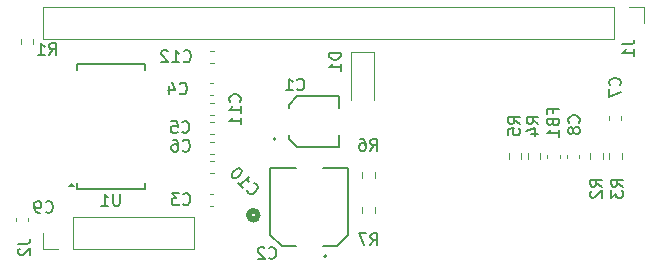
<source format=gbo>
%TF.GenerationSoftware,KiCad,Pcbnew,8.0.0*%
%TF.CreationDate,2024-03-13T21:01:22-04:00*%
%TF.ProjectId,pico-ethernet,7069636f-2d65-4746-9865-726e65742e6b,rev?*%
%TF.SameCoordinates,Original*%
%TF.FileFunction,Legend,Bot*%
%TF.FilePolarity,Positive*%
%FSLAX46Y46*%
G04 Gerber Fmt 4.6, Leading zero omitted, Abs format (unit mm)*
G04 Created by KiCad (PCBNEW 8.0.0) date 2024-03-13 21:01:22*
%MOMM*%
%LPD*%
G01*
G04 APERTURE LIST*
%ADD10C,0.150000*%
%ADD11C,0.508000*%
%ADD12C,0.120000*%
%ADD13C,0.127000*%
%ADD14C,0.200000*%
G04 APERTURE END LIST*
D10*
X160700306Y-125288830D02*
X160700306Y-125356174D01*
X160700306Y-125356174D02*
X160767650Y-125490861D01*
X160767650Y-125490861D02*
X160834993Y-125558204D01*
X160834993Y-125558204D02*
X160969680Y-125625548D01*
X160969680Y-125625548D02*
X161104367Y-125625548D01*
X161104367Y-125625548D02*
X161205382Y-125591876D01*
X161205382Y-125591876D02*
X161373741Y-125490861D01*
X161373741Y-125490861D02*
X161474756Y-125389846D01*
X161474756Y-125389846D02*
X161575772Y-125221487D01*
X161575772Y-125221487D02*
X161609443Y-125120472D01*
X161609443Y-125120472D02*
X161609443Y-124985785D01*
X161609443Y-124985785D02*
X161542100Y-124851098D01*
X161542100Y-124851098D02*
X161474756Y-124783754D01*
X161474756Y-124783754D02*
X161340069Y-124716411D01*
X161340069Y-124716411D02*
X161272726Y-124716411D01*
X159959528Y-124682739D02*
X160363589Y-125086800D01*
X160161558Y-124884769D02*
X160868665Y-124177663D01*
X160868665Y-124177663D02*
X160834993Y-124346021D01*
X160834993Y-124346021D02*
X160834993Y-124480708D01*
X160834993Y-124480708D02*
X160868665Y-124581724D01*
X160228901Y-123537899D02*
X160161558Y-123470556D01*
X160161558Y-123470556D02*
X160060543Y-123436884D01*
X160060543Y-123436884D02*
X159993199Y-123436884D01*
X159993199Y-123436884D02*
X159892184Y-123470556D01*
X159892184Y-123470556D02*
X159723825Y-123571571D01*
X159723825Y-123571571D02*
X159555466Y-123739930D01*
X159555466Y-123739930D02*
X159454451Y-123908288D01*
X159454451Y-123908288D02*
X159420779Y-124009304D01*
X159420779Y-124009304D02*
X159420779Y-124076647D01*
X159420779Y-124076647D02*
X159454451Y-124177662D01*
X159454451Y-124177662D02*
X159521795Y-124245006D01*
X159521795Y-124245006D02*
X159622810Y-124278678D01*
X159622810Y-124278678D02*
X159690153Y-124278678D01*
X159690153Y-124278678D02*
X159791169Y-124245006D01*
X159791169Y-124245006D02*
X159959527Y-124143991D01*
X159959527Y-124143991D02*
X160127886Y-123975632D01*
X160127886Y-123975632D02*
X160228901Y-123807273D01*
X160228901Y-123807273D02*
X160262573Y-123706258D01*
X160262573Y-123706258D02*
X160262573Y-123638914D01*
X160262573Y-123638914D02*
X160228901Y-123537899D01*
X141364819Y-129822666D02*
X142079104Y-129822666D01*
X142079104Y-129822666D02*
X142221961Y-129775047D01*
X142221961Y-129775047D02*
X142317200Y-129679809D01*
X142317200Y-129679809D02*
X142364819Y-129536952D01*
X142364819Y-129536952D02*
X142364819Y-129441714D01*
X141460057Y-130251238D02*
X141412438Y-130298857D01*
X141412438Y-130298857D02*
X141364819Y-130394095D01*
X141364819Y-130394095D02*
X141364819Y-130632190D01*
X141364819Y-130632190D02*
X141412438Y-130727428D01*
X141412438Y-130727428D02*
X141460057Y-130775047D01*
X141460057Y-130775047D02*
X141555295Y-130822666D01*
X141555295Y-130822666D02*
X141650533Y-130822666D01*
X141650533Y-130822666D02*
X141793390Y-130775047D01*
X141793390Y-130775047D02*
X142364819Y-130203619D01*
X142364819Y-130203619D02*
X142364819Y-130822666D01*
X155228666Y-120361180D02*
X155276285Y-120408800D01*
X155276285Y-120408800D02*
X155419142Y-120456419D01*
X155419142Y-120456419D02*
X155514380Y-120456419D01*
X155514380Y-120456419D02*
X155657237Y-120408800D01*
X155657237Y-120408800D02*
X155752475Y-120313561D01*
X155752475Y-120313561D02*
X155800094Y-120218323D01*
X155800094Y-120218323D02*
X155847713Y-120027847D01*
X155847713Y-120027847D02*
X155847713Y-119884990D01*
X155847713Y-119884990D02*
X155800094Y-119694514D01*
X155800094Y-119694514D02*
X155752475Y-119599276D01*
X155752475Y-119599276D02*
X155657237Y-119504038D01*
X155657237Y-119504038D02*
X155514380Y-119456419D01*
X155514380Y-119456419D02*
X155419142Y-119456419D01*
X155419142Y-119456419D02*
X155276285Y-119504038D01*
X155276285Y-119504038D02*
X155228666Y-119551657D01*
X154323904Y-119456419D02*
X154800094Y-119456419D01*
X154800094Y-119456419D02*
X154847713Y-119932609D01*
X154847713Y-119932609D02*
X154800094Y-119884990D01*
X154800094Y-119884990D02*
X154704856Y-119837371D01*
X154704856Y-119837371D02*
X154466761Y-119837371D01*
X154466761Y-119837371D02*
X154371523Y-119884990D01*
X154371523Y-119884990D02*
X154323904Y-119932609D01*
X154323904Y-119932609D02*
X154276285Y-120027847D01*
X154276285Y-120027847D02*
X154276285Y-120265942D01*
X154276285Y-120265942D02*
X154323904Y-120361180D01*
X154323904Y-120361180D02*
X154371523Y-120408800D01*
X154371523Y-120408800D02*
X154466761Y-120456419D01*
X154466761Y-120456419D02*
X154704856Y-120456419D01*
X154704856Y-120456419D02*
X154800094Y-120408800D01*
X154800094Y-120408800D02*
X154847713Y-120361180D01*
X190764819Y-124989333D02*
X190288628Y-124656000D01*
X190764819Y-124417905D02*
X189764819Y-124417905D01*
X189764819Y-124417905D02*
X189764819Y-124798857D01*
X189764819Y-124798857D02*
X189812438Y-124894095D01*
X189812438Y-124894095D02*
X189860057Y-124941714D01*
X189860057Y-124941714D02*
X189955295Y-124989333D01*
X189955295Y-124989333D02*
X190098152Y-124989333D01*
X190098152Y-124989333D02*
X190193390Y-124941714D01*
X190193390Y-124941714D02*
X190241009Y-124894095D01*
X190241009Y-124894095D02*
X190288628Y-124798857D01*
X190288628Y-124798857D02*
X190288628Y-124417905D01*
X189860057Y-125370286D02*
X189812438Y-125417905D01*
X189812438Y-125417905D02*
X189764819Y-125513143D01*
X189764819Y-125513143D02*
X189764819Y-125751238D01*
X189764819Y-125751238D02*
X189812438Y-125846476D01*
X189812438Y-125846476D02*
X189860057Y-125894095D01*
X189860057Y-125894095D02*
X189955295Y-125941714D01*
X189955295Y-125941714D02*
X190050533Y-125941714D01*
X190050533Y-125941714D02*
X190193390Y-125894095D01*
X190193390Y-125894095D02*
X190764819Y-125322667D01*
X190764819Y-125322667D02*
X190764819Y-125941714D01*
X192269580Y-116414333D02*
X192317200Y-116366714D01*
X192317200Y-116366714D02*
X192364819Y-116223857D01*
X192364819Y-116223857D02*
X192364819Y-116128619D01*
X192364819Y-116128619D02*
X192317200Y-115985762D01*
X192317200Y-115985762D02*
X192221961Y-115890524D01*
X192221961Y-115890524D02*
X192126723Y-115842905D01*
X192126723Y-115842905D02*
X191936247Y-115795286D01*
X191936247Y-115795286D02*
X191793390Y-115795286D01*
X191793390Y-115795286D02*
X191602914Y-115842905D01*
X191602914Y-115842905D02*
X191507676Y-115890524D01*
X191507676Y-115890524D02*
X191412438Y-115985762D01*
X191412438Y-115985762D02*
X191364819Y-116128619D01*
X191364819Y-116128619D02*
X191364819Y-116223857D01*
X191364819Y-116223857D02*
X191412438Y-116366714D01*
X191412438Y-116366714D02*
X191460057Y-116414333D01*
X191364819Y-116747667D02*
X191364819Y-117414333D01*
X191364819Y-117414333D02*
X192364819Y-116985762D01*
X183830819Y-119689333D02*
X183354628Y-119356000D01*
X183830819Y-119117905D02*
X182830819Y-119117905D01*
X182830819Y-119117905D02*
X182830819Y-119498857D01*
X182830819Y-119498857D02*
X182878438Y-119594095D01*
X182878438Y-119594095D02*
X182926057Y-119641714D01*
X182926057Y-119641714D02*
X183021295Y-119689333D01*
X183021295Y-119689333D02*
X183164152Y-119689333D01*
X183164152Y-119689333D02*
X183259390Y-119641714D01*
X183259390Y-119641714D02*
X183307009Y-119594095D01*
X183307009Y-119594095D02*
X183354628Y-119498857D01*
X183354628Y-119498857D02*
X183354628Y-119117905D01*
X182830819Y-120594095D02*
X182830819Y-120117905D01*
X182830819Y-120117905D02*
X183307009Y-120070286D01*
X183307009Y-120070286D02*
X183259390Y-120117905D01*
X183259390Y-120117905D02*
X183211771Y-120213143D01*
X183211771Y-120213143D02*
X183211771Y-120451238D01*
X183211771Y-120451238D02*
X183259390Y-120546476D01*
X183259390Y-120546476D02*
X183307009Y-120594095D01*
X183307009Y-120594095D02*
X183402247Y-120641714D01*
X183402247Y-120641714D02*
X183640342Y-120641714D01*
X183640342Y-120641714D02*
X183735580Y-120594095D01*
X183735580Y-120594095D02*
X183783200Y-120546476D01*
X183783200Y-120546476D02*
X183830819Y-120451238D01*
X183830819Y-120451238D02*
X183830819Y-120213143D01*
X183830819Y-120213143D02*
X183783200Y-120117905D01*
X183783200Y-120117905D02*
X183735580Y-120070286D01*
X143676666Y-127115580D02*
X143724285Y-127163200D01*
X143724285Y-127163200D02*
X143867142Y-127210819D01*
X143867142Y-127210819D02*
X143962380Y-127210819D01*
X143962380Y-127210819D02*
X144105237Y-127163200D01*
X144105237Y-127163200D02*
X144200475Y-127067961D01*
X144200475Y-127067961D02*
X144248094Y-126972723D01*
X144248094Y-126972723D02*
X144295713Y-126782247D01*
X144295713Y-126782247D02*
X144295713Y-126639390D01*
X144295713Y-126639390D02*
X144248094Y-126448914D01*
X144248094Y-126448914D02*
X144200475Y-126353676D01*
X144200475Y-126353676D02*
X144105237Y-126258438D01*
X144105237Y-126258438D02*
X143962380Y-126210819D01*
X143962380Y-126210819D02*
X143867142Y-126210819D01*
X143867142Y-126210819D02*
X143724285Y-126258438D01*
X143724285Y-126258438D02*
X143676666Y-126306057D01*
X143200475Y-127210819D02*
X143009999Y-127210819D01*
X143009999Y-127210819D02*
X142914761Y-127163200D01*
X142914761Y-127163200D02*
X142867142Y-127115580D01*
X142867142Y-127115580D02*
X142771904Y-126972723D01*
X142771904Y-126972723D02*
X142724285Y-126782247D01*
X142724285Y-126782247D02*
X142724285Y-126401295D01*
X142724285Y-126401295D02*
X142771904Y-126306057D01*
X142771904Y-126306057D02*
X142819523Y-126258438D01*
X142819523Y-126258438D02*
X142914761Y-126210819D01*
X142914761Y-126210819D02*
X143105237Y-126210819D01*
X143105237Y-126210819D02*
X143200475Y-126258438D01*
X143200475Y-126258438D02*
X143248094Y-126306057D01*
X143248094Y-126306057D02*
X143295713Y-126401295D01*
X143295713Y-126401295D02*
X143295713Y-126639390D01*
X143295713Y-126639390D02*
X143248094Y-126734628D01*
X143248094Y-126734628D02*
X143200475Y-126782247D01*
X143200475Y-126782247D02*
X143105237Y-126829866D01*
X143105237Y-126829866D02*
X142914761Y-126829866D01*
X142914761Y-126829866D02*
X142819523Y-126782247D01*
X142819523Y-126782247D02*
X142771904Y-126734628D01*
X142771904Y-126734628D02*
X142724285Y-126639390D01*
X168654819Y-113661905D02*
X167654819Y-113661905D01*
X167654819Y-113661905D02*
X167654819Y-113900000D01*
X167654819Y-113900000D02*
X167702438Y-114042857D01*
X167702438Y-114042857D02*
X167797676Y-114138095D01*
X167797676Y-114138095D02*
X167892914Y-114185714D01*
X167892914Y-114185714D02*
X168083390Y-114233333D01*
X168083390Y-114233333D02*
X168226247Y-114233333D01*
X168226247Y-114233333D02*
X168416723Y-114185714D01*
X168416723Y-114185714D02*
X168511961Y-114138095D01*
X168511961Y-114138095D02*
X168607200Y-114042857D01*
X168607200Y-114042857D02*
X168654819Y-113900000D01*
X168654819Y-113900000D02*
X168654819Y-113661905D01*
X168654819Y-115185714D02*
X168654819Y-114614286D01*
X168654819Y-114900000D02*
X167654819Y-114900000D01*
X167654819Y-114900000D02*
X167797676Y-114804762D01*
X167797676Y-114804762D02*
X167892914Y-114709524D01*
X167892914Y-114709524D02*
X167940533Y-114614286D01*
X155354857Y-114357180D02*
X155402476Y-114404800D01*
X155402476Y-114404800D02*
X155545333Y-114452419D01*
X155545333Y-114452419D02*
X155640571Y-114452419D01*
X155640571Y-114452419D02*
X155783428Y-114404800D01*
X155783428Y-114404800D02*
X155878666Y-114309561D01*
X155878666Y-114309561D02*
X155926285Y-114214323D01*
X155926285Y-114214323D02*
X155973904Y-114023847D01*
X155973904Y-114023847D02*
X155973904Y-113880990D01*
X155973904Y-113880990D02*
X155926285Y-113690514D01*
X155926285Y-113690514D02*
X155878666Y-113595276D01*
X155878666Y-113595276D02*
X155783428Y-113500038D01*
X155783428Y-113500038D02*
X155640571Y-113452419D01*
X155640571Y-113452419D02*
X155545333Y-113452419D01*
X155545333Y-113452419D02*
X155402476Y-113500038D01*
X155402476Y-113500038D02*
X155354857Y-113547657D01*
X154402476Y-114452419D02*
X154973904Y-114452419D01*
X154688190Y-114452419D02*
X154688190Y-113452419D01*
X154688190Y-113452419D02*
X154783428Y-113595276D01*
X154783428Y-113595276D02*
X154878666Y-113690514D01*
X154878666Y-113690514D02*
X154973904Y-113738133D01*
X154021523Y-113547657D02*
X153973904Y-113500038D01*
X153973904Y-113500038D02*
X153878666Y-113452419D01*
X153878666Y-113452419D02*
X153640571Y-113452419D01*
X153640571Y-113452419D02*
X153545333Y-113500038D01*
X153545333Y-113500038D02*
X153497714Y-113547657D01*
X153497714Y-113547657D02*
X153450095Y-113642895D01*
X153450095Y-113642895D02*
X153450095Y-113738133D01*
X153450095Y-113738133D02*
X153497714Y-113880990D01*
X153497714Y-113880990D02*
X154069142Y-114452419D01*
X154069142Y-114452419D02*
X153450095Y-114452419D01*
X155013666Y-117089180D02*
X155061285Y-117136800D01*
X155061285Y-117136800D02*
X155204142Y-117184419D01*
X155204142Y-117184419D02*
X155299380Y-117184419D01*
X155299380Y-117184419D02*
X155442237Y-117136800D01*
X155442237Y-117136800D02*
X155537475Y-117041561D01*
X155537475Y-117041561D02*
X155585094Y-116946323D01*
X155585094Y-116946323D02*
X155632713Y-116755847D01*
X155632713Y-116755847D02*
X155632713Y-116612990D01*
X155632713Y-116612990D02*
X155585094Y-116422514D01*
X155585094Y-116422514D02*
X155537475Y-116327276D01*
X155537475Y-116327276D02*
X155442237Y-116232038D01*
X155442237Y-116232038D02*
X155299380Y-116184419D01*
X155299380Y-116184419D02*
X155204142Y-116184419D01*
X155204142Y-116184419D02*
X155061285Y-116232038D01*
X155061285Y-116232038D02*
X155013666Y-116279657D01*
X154156523Y-116517752D02*
X154156523Y-117184419D01*
X154394618Y-116136800D02*
X154632713Y-116851085D01*
X154632713Y-116851085D02*
X154013666Y-116851085D01*
X164966666Y-116759580D02*
X165014285Y-116807200D01*
X165014285Y-116807200D02*
X165157142Y-116854819D01*
X165157142Y-116854819D02*
X165252380Y-116854819D01*
X165252380Y-116854819D02*
X165395237Y-116807200D01*
X165395237Y-116807200D02*
X165490475Y-116711961D01*
X165490475Y-116711961D02*
X165538094Y-116616723D01*
X165538094Y-116616723D02*
X165585713Y-116426247D01*
X165585713Y-116426247D02*
X165585713Y-116283390D01*
X165585713Y-116283390D02*
X165538094Y-116092914D01*
X165538094Y-116092914D02*
X165490475Y-115997676D01*
X165490475Y-115997676D02*
X165395237Y-115902438D01*
X165395237Y-115902438D02*
X165252380Y-115854819D01*
X165252380Y-115854819D02*
X165157142Y-115854819D01*
X165157142Y-115854819D02*
X165014285Y-115902438D01*
X165014285Y-115902438D02*
X164966666Y-115950057D01*
X164014285Y-116854819D02*
X164585713Y-116854819D01*
X164299999Y-116854819D02*
X164299999Y-115854819D01*
X164299999Y-115854819D02*
X164395237Y-115997676D01*
X164395237Y-115997676D02*
X164490475Y-116092914D01*
X164490475Y-116092914D02*
X164585713Y-116140533D01*
X155313666Y-126467580D02*
X155361285Y-126515200D01*
X155361285Y-126515200D02*
X155504142Y-126562819D01*
X155504142Y-126562819D02*
X155599380Y-126562819D01*
X155599380Y-126562819D02*
X155742237Y-126515200D01*
X155742237Y-126515200D02*
X155837475Y-126419961D01*
X155837475Y-126419961D02*
X155885094Y-126324723D01*
X155885094Y-126324723D02*
X155932713Y-126134247D01*
X155932713Y-126134247D02*
X155932713Y-125991390D01*
X155932713Y-125991390D02*
X155885094Y-125800914D01*
X155885094Y-125800914D02*
X155837475Y-125705676D01*
X155837475Y-125705676D02*
X155742237Y-125610438D01*
X155742237Y-125610438D02*
X155599380Y-125562819D01*
X155599380Y-125562819D02*
X155504142Y-125562819D01*
X155504142Y-125562819D02*
X155361285Y-125610438D01*
X155361285Y-125610438D02*
X155313666Y-125658057D01*
X154980332Y-125562819D02*
X154361285Y-125562819D01*
X154361285Y-125562819D02*
X154694618Y-125943771D01*
X154694618Y-125943771D02*
X154551761Y-125943771D01*
X154551761Y-125943771D02*
X154456523Y-125991390D01*
X154456523Y-125991390D02*
X154408904Y-126039009D01*
X154408904Y-126039009D02*
X154361285Y-126134247D01*
X154361285Y-126134247D02*
X154361285Y-126372342D01*
X154361285Y-126372342D02*
X154408904Y-126467580D01*
X154408904Y-126467580D02*
X154456523Y-126515200D01*
X154456523Y-126515200D02*
X154551761Y-126562819D01*
X154551761Y-126562819D02*
X154837475Y-126562819D01*
X154837475Y-126562819D02*
X154932713Y-126515200D01*
X154932713Y-126515200D02*
X154980332Y-126467580D01*
X171166666Y-121954819D02*
X171499999Y-121478628D01*
X171738094Y-121954819D02*
X171738094Y-120954819D01*
X171738094Y-120954819D02*
X171357142Y-120954819D01*
X171357142Y-120954819D02*
X171261904Y-121002438D01*
X171261904Y-121002438D02*
X171214285Y-121050057D01*
X171214285Y-121050057D02*
X171166666Y-121145295D01*
X171166666Y-121145295D02*
X171166666Y-121288152D01*
X171166666Y-121288152D02*
X171214285Y-121383390D01*
X171214285Y-121383390D02*
X171261904Y-121431009D01*
X171261904Y-121431009D02*
X171357142Y-121478628D01*
X171357142Y-121478628D02*
X171738094Y-121478628D01*
X170309523Y-120954819D02*
X170499999Y-120954819D01*
X170499999Y-120954819D02*
X170595237Y-121002438D01*
X170595237Y-121002438D02*
X170642856Y-121050057D01*
X170642856Y-121050057D02*
X170738094Y-121192914D01*
X170738094Y-121192914D02*
X170785713Y-121383390D01*
X170785713Y-121383390D02*
X170785713Y-121764342D01*
X170785713Y-121764342D02*
X170738094Y-121859580D01*
X170738094Y-121859580D02*
X170690475Y-121907200D01*
X170690475Y-121907200D02*
X170595237Y-121954819D01*
X170595237Y-121954819D02*
X170404761Y-121954819D01*
X170404761Y-121954819D02*
X170309523Y-121907200D01*
X170309523Y-121907200D02*
X170261904Y-121859580D01*
X170261904Y-121859580D02*
X170214285Y-121764342D01*
X170214285Y-121764342D02*
X170214285Y-121526247D01*
X170214285Y-121526247D02*
X170261904Y-121431009D01*
X170261904Y-121431009D02*
X170309523Y-121383390D01*
X170309523Y-121383390D02*
X170404761Y-121335771D01*
X170404761Y-121335771D02*
X170595237Y-121335771D01*
X170595237Y-121335771D02*
X170690475Y-121383390D01*
X170690475Y-121383390D02*
X170738094Y-121431009D01*
X170738094Y-121431009D02*
X170785713Y-121526247D01*
X192494819Y-112950666D02*
X193209104Y-112950666D01*
X193209104Y-112950666D02*
X193351961Y-112903047D01*
X193351961Y-112903047D02*
X193447200Y-112807809D01*
X193447200Y-112807809D02*
X193494819Y-112664952D01*
X193494819Y-112664952D02*
X193494819Y-112569714D01*
X193494819Y-113950666D02*
X193494819Y-113379238D01*
X193494819Y-113664952D02*
X192494819Y-113664952D01*
X192494819Y-113664952D02*
X192637676Y-113569714D01*
X192637676Y-113569714D02*
X192732914Y-113474476D01*
X192732914Y-113474476D02*
X192780533Y-113379238D01*
X192550819Y-124989333D02*
X192074628Y-124656000D01*
X192550819Y-124417905D02*
X191550819Y-124417905D01*
X191550819Y-124417905D02*
X191550819Y-124798857D01*
X191550819Y-124798857D02*
X191598438Y-124894095D01*
X191598438Y-124894095D02*
X191646057Y-124941714D01*
X191646057Y-124941714D02*
X191741295Y-124989333D01*
X191741295Y-124989333D02*
X191884152Y-124989333D01*
X191884152Y-124989333D02*
X191979390Y-124941714D01*
X191979390Y-124941714D02*
X192027009Y-124894095D01*
X192027009Y-124894095D02*
X192074628Y-124798857D01*
X192074628Y-124798857D02*
X192074628Y-124417905D01*
X191550819Y-125322667D02*
X191550819Y-125941714D01*
X191550819Y-125941714D02*
X191931771Y-125608381D01*
X191931771Y-125608381D02*
X191931771Y-125751238D01*
X191931771Y-125751238D02*
X191979390Y-125846476D01*
X191979390Y-125846476D02*
X192027009Y-125894095D01*
X192027009Y-125894095D02*
X192122247Y-125941714D01*
X192122247Y-125941714D02*
X192360342Y-125941714D01*
X192360342Y-125941714D02*
X192455580Y-125894095D01*
X192455580Y-125894095D02*
X192503200Y-125846476D01*
X192503200Y-125846476D02*
X192550819Y-125751238D01*
X192550819Y-125751238D02*
X192550819Y-125465524D01*
X192550819Y-125465524D02*
X192503200Y-125370286D01*
X192503200Y-125370286D02*
X192455580Y-125322667D01*
X186600341Y-118722666D02*
X186600341Y-118389333D01*
X187124151Y-118389333D02*
X186124151Y-118389333D01*
X186124151Y-118389333D02*
X186124151Y-118865523D01*
X186600341Y-119579809D02*
X186647960Y-119722666D01*
X186647960Y-119722666D02*
X186695579Y-119770285D01*
X186695579Y-119770285D02*
X186790817Y-119817904D01*
X186790817Y-119817904D02*
X186933674Y-119817904D01*
X186933674Y-119817904D02*
X187028912Y-119770285D01*
X187028912Y-119770285D02*
X187076532Y-119722666D01*
X187076532Y-119722666D02*
X187124151Y-119627428D01*
X187124151Y-119627428D02*
X187124151Y-119246476D01*
X187124151Y-119246476D02*
X186124151Y-119246476D01*
X186124151Y-119246476D02*
X186124151Y-119579809D01*
X186124151Y-119579809D02*
X186171770Y-119675047D01*
X186171770Y-119675047D02*
X186219389Y-119722666D01*
X186219389Y-119722666D02*
X186314627Y-119770285D01*
X186314627Y-119770285D02*
X186409865Y-119770285D01*
X186409865Y-119770285D02*
X186505103Y-119722666D01*
X186505103Y-119722666D02*
X186552722Y-119675047D01*
X186552722Y-119675047D02*
X186600341Y-119579809D01*
X186600341Y-119579809D02*
X186600341Y-119246476D01*
X187124151Y-120770285D02*
X187124151Y-120198857D01*
X187124151Y-120484571D02*
X186124151Y-120484571D01*
X186124151Y-120484571D02*
X186267008Y-120389333D01*
X186267008Y-120389333D02*
X186362246Y-120294095D01*
X186362246Y-120294095D02*
X186409865Y-120198857D01*
X185395485Y-119689333D02*
X184919294Y-119356000D01*
X185395485Y-119117905D02*
X184395485Y-119117905D01*
X184395485Y-119117905D02*
X184395485Y-119498857D01*
X184395485Y-119498857D02*
X184443104Y-119594095D01*
X184443104Y-119594095D02*
X184490723Y-119641714D01*
X184490723Y-119641714D02*
X184585961Y-119689333D01*
X184585961Y-119689333D02*
X184728818Y-119689333D01*
X184728818Y-119689333D02*
X184824056Y-119641714D01*
X184824056Y-119641714D02*
X184871675Y-119594095D01*
X184871675Y-119594095D02*
X184919294Y-119498857D01*
X184919294Y-119498857D02*
X184919294Y-119117905D01*
X184728818Y-120546476D02*
X185395485Y-120546476D01*
X184347866Y-120308381D02*
X185062151Y-120070286D01*
X185062151Y-120070286D02*
X185062151Y-120689333D01*
X160109580Y-117813142D02*
X160157200Y-117765523D01*
X160157200Y-117765523D02*
X160204819Y-117622666D01*
X160204819Y-117622666D02*
X160204819Y-117527428D01*
X160204819Y-117527428D02*
X160157200Y-117384571D01*
X160157200Y-117384571D02*
X160061961Y-117289333D01*
X160061961Y-117289333D02*
X159966723Y-117241714D01*
X159966723Y-117241714D02*
X159776247Y-117194095D01*
X159776247Y-117194095D02*
X159633390Y-117194095D01*
X159633390Y-117194095D02*
X159442914Y-117241714D01*
X159442914Y-117241714D02*
X159347676Y-117289333D01*
X159347676Y-117289333D02*
X159252438Y-117384571D01*
X159252438Y-117384571D02*
X159204819Y-117527428D01*
X159204819Y-117527428D02*
X159204819Y-117622666D01*
X159204819Y-117622666D02*
X159252438Y-117765523D01*
X159252438Y-117765523D02*
X159300057Y-117813142D01*
X160204819Y-118765523D02*
X160204819Y-118194095D01*
X160204819Y-118479809D02*
X159204819Y-118479809D01*
X159204819Y-118479809D02*
X159347676Y-118384571D01*
X159347676Y-118384571D02*
X159442914Y-118289333D01*
X159442914Y-118289333D02*
X159490533Y-118194095D01*
X160204819Y-119717904D02*
X160204819Y-119146476D01*
X160204819Y-119432190D02*
X159204819Y-119432190D01*
X159204819Y-119432190D02*
X159347676Y-119336952D01*
X159347676Y-119336952D02*
X159442914Y-119241714D01*
X159442914Y-119241714D02*
X159490533Y-119146476D01*
X188819580Y-119589333D02*
X188867200Y-119541714D01*
X188867200Y-119541714D02*
X188914819Y-119398857D01*
X188914819Y-119398857D02*
X188914819Y-119303619D01*
X188914819Y-119303619D02*
X188867200Y-119160762D01*
X188867200Y-119160762D02*
X188771961Y-119065524D01*
X188771961Y-119065524D02*
X188676723Y-119017905D01*
X188676723Y-119017905D02*
X188486247Y-118970286D01*
X188486247Y-118970286D02*
X188343390Y-118970286D01*
X188343390Y-118970286D02*
X188152914Y-119017905D01*
X188152914Y-119017905D02*
X188057676Y-119065524D01*
X188057676Y-119065524D02*
X187962438Y-119160762D01*
X187962438Y-119160762D02*
X187914819Y-119303619D01*
X187914819Y-119303619D02*
X187914819Y-119398857D01*
X187914819Y-119398857D02*
X187962438Y-119541714D01*
X187962438Y-119541714D02*
X188010057Y-119589333D01*
X188343390Y-120160762D02*
X188295771Y-120065524D01*
X188295771Y-120065524D02*
X188248152Y-120017905D01*
X188248152Y-120017905D02*
X188152914Y-119970286D01*
X188152914Y-119970286D02*
X188105295Y-119970286D01*
X188105295Y-119970286D02*
X188010057Y-120017905D01*
X188010057Y-120017905D02*
X187962438Y-120065524D01*
X187962438Y-120065524D02*
X187914819Y-120160762D01*
X187914819Y-120160762D02*
X187914819Y-120351238D01*
X187914819Y-120351238D02*
X187962438Y-120446476D01*
X187962438Y-120446476D02*
X188010057Y-120494095D01*
X188010057Y-120494095D02*
X188105295Y-120541714D01*
X188105295Y-120541714D02*
X188152914Y-120541714D01*
X188152914Y-120541714D02*
X188248152Y-120494095D01*
X188248152Y-120494095D02*
X188295771Y-120446476D01*
X188295771Y-120446476D02*
X188343390Y-120351238D01*
X188343390Y-120351238D02*
X188343390Y-120160762D01*
X188343390Y-120160762D02*
X188391009Y-120065524D01*
X188391009Y-120065524D02*
X188438628Y-120017905D01*
X188438628Y-120017905D02*
X188533866Y-119970286D01*
X188533866Y-119970286D02*
X188724342Y-119970286D01*
X188724342Y-119970286D02*
X188819580Y-120017905D01*
X188819580Y-120017905D02*
X188867200Y-120065524D01*
X188867200Y-120065524D02*
X188914819Y-120160762D01*
X188914819Y-120160762D02*
X188914819Y-120351238D01*
X188914819Y-120351238D02*
X188867200Y-120446476D01*
X188867200Y-120446476D02*
X188819580Y-120494095D01*
X188819580Y-120494095D02*
X188724342Y-120541714D01*
X188724342Y-120541714D02*
X188533866Y-120541714D01*
X188533866Y-120541714D02*
X188438628Y-120494095D01*
X188438628Y-120494095D02*
X188391009Y-120446476D01*
X188391009Y-120446476D02*
X188343390Y-120351238D01*
X149961904Y-125604819D02*
X149961904Y-126414342D01*
X149961904Y-126414342D02*
X149914285Y-126509580D01*
X149914285Y-126509580D02*
X149866666Y-126557200D01*
X149866666Y-126557200D02*
X149771428Y-126604819D01*
X149771428Y-126604819D02*
X149580952Y-126604819D01*
X149580952Y-126604819D02*
X149485714Y-126557200D01*
X149485714Y-126557200D02*
X149438095Y-126509580D01*
X149438095Y-126509580D02*
X149390476Y-126414342D01*
X149390476Y-126414342D02*
X149390476Y-125604819D01*
X148390476Y-126604819D02*
X148961904Y-126604819D01*
X148676190Y-126604819D02*
X148676190Y-125604819D01*
X148676190Y-125604819D02*
X148771428Y-125747676D01*
X148771428Y-125747676D02*
X148866666Y-125842914D01*
X148866666Y-125842914D02*
X148961904Y-125890533D01*
X171166666Y-129954819D02*
X171499999Y-129478628D01*
X171738094Y-129954819D02*
X171738094Y-128954819D01*
X171738094Y-128954819D02*
X171357142Y-128954819D01*
X171357142Y-128954819D02*
X171261904Y-129002438D01*
X171261904Y-129002438D02*
X171214285Y-129050057D01*
X171214285Y-129050057D02*
X171166666Y-129145295D01*
X171166666Y-129145295D02*
X171166666Y-129288152D01*
X171166666Y-129288152D02*
X171214285Y-129383390D01*
X171214285Y-129383390D02*
X171261904Y-129431009D01*
X171261904Y-129431009D02*
X171357142Y-129478628D01*
X171357142Y-129478628D02*
X171738094Y-129478628D01*
X170833332Y-128954819D02*
X170166666Y-128954819D01*
X170166666Y-128954819D02*
X170595237Y-129954819D01*
X162566666Y-131009579D02*
X162614285Y-131057199D01*
X162614285Y-131057199D02*
X162757142Y-131104818D01*
X162757142Y-131104818D02*
X162852380Y-131104818D01*
X162852380Y-131104818D02*
X162995237Y-131057199D01*
X162995237Y-131057199D02*
X163090475Y-130961960D01*
X163090475Y-130961960D02*
X163138094Y-130866722D01*
X163138094Y-130866722D02*
X163185713Y-130676246D01*
X163185713Y-130676246D02*
X163185713Y-130533389D01*
X163185713Y-130533389D02*
X163138094Y-130342913D01*
X163138094Y-130342913D02*
X163090475Y-130247675D01*
X163090475Y-130247675D02*
X162995237Y-130152437D01*
X162995237Y-130152437D02*
X162852380Y-130104818D01*
X162852380Y-130104818D02*
X162757142Y-130104818D01*
X162757142Y-130104818D02*
X162614285Y-130152437D01*
X162614285Y-130152437D02*
X162566666Y-130200056D01*
X162185713Y-130200056D02*
X162138094Y-130152437D01*
X162138094Y-130152437D02*
X162042856Y-130104818D01*
X162042856Y-130104818D02*
X161804761Y-130104818D01*
X161804761Y-130104818D02*
X161709523Y-130152437D01*
X161709523Y-130152437D02*
X161661904Y-130200056D01*
X161661904Y-130200056D02*
X161614285Y-130295294D01*
X161614285Y-130295294D02*
X161614285Y-130390532D01*
X161614285Y-130390532D02*
X161661904Y-130533389D01*
X161661904Y-130533389D02*
X162233332Y-131104818D01*
X162233332Y-131104818D02*
X161614285Y-131104818D01*
X155278666Y-121937180D02*
X155326285Y-121984800D01*
X155326285Y-121984800D02*
X155469142Y-122032419D01*
X155469142Y-122032419D02*
X155564380Y-122032419D01*
X155564380Y-122032419D02*
X155707237Y-121984800D01*
X155707237Y-121984800D02*
X155802475Y-121889561D01*
X155802475Y-121889561D02*
X155850094Y-121794323D01*
X155850094Y-121794323D02*
X155897713Y-121603847D01*
X155897713Y-121603847D02*
X155897713Y-121460990D01*
X155897713Y-121460990D02*
X155850094Y-121270514D01*
X155850094Y-121270514D02*
X155802475Y-121175276D01*
X155802475Y-121175276D02*
X155707237Y-121080038D01*
X155707237Y-121080038D02*
X155564380Y-121032419D01*
X155564380Y-121032419D02*
X155469142Y-121032419D01*
X155469142Y-121032419D02*
X155326285Y-121080038D01*
X155326285Y-121080038D02*
X155278666Y-121127657D01*
X154421523Y-121032419D02*
X154611999Y-121032419D01*
X154611999Y-121032419D02*
X154707237Y-121080038D01*
X154707237Y-121080038D02*
X154754856Y-121127657D01*
X154754856Y-121127657D02*
X154850094Y-121270514D01*
X154850094Y-121270514D02*
X154897713Y-121460990D01*
X154897713Y-121460990D02*
X154897713Y-121841942D01*
X154897713Y-121841942D02*
X154850094Y-121937180D01*
X154850094Y-121937180D02*
X154802475Y-121984800D01*
X154802475Y-121984800D02*
X154707237Y-122032419D01*
X154707237Y-122032419D02*
X154516761Y-122032419D01*
X154516761Y-122032419D02*
X154421523Y-121984800D01*
X154421523Y-121984800D02*
X154373904Y-121937180D01*
X154373904Y-121937180D02*
X154326285Y-121841942D01*
X154326285Y-121841942D02*
X154326285Y-121603847D01*
X154326285Y-121603847D02*
X154373904Y-121508609D01*
X154373904Y-121508609D02*
X154421523Y-121460990D01*
X154421523Y-121460990D02*
X154516761Y-121413371D01*
X154516761Y-121413371D02*
X154707237Y-121413371D01*
X154707237Y-121413371D02*
X154802475Y-121460990D01*
X154802475Y-121460990D02*
X154850094Y-121508609D01*
X154850094Y-121508609D02*
X154897713Y-121603847D01*
X143966666Y-113854819D02*
X144299999Y-113378628D01*
X144538094Y-113854819D02*
X144538094Y-112854819D01*
X144538094Y-112854819D02*
X144157142Y-112854819D01*
X144157142Y-112854819D02*
X144061904Y-112902438D01*
X144061904Y-112902438D02*
X144014285Y-112950057D01*
X144014285Y-112950057D02*
X143966666Y-113045295D01*
X143966666Y-113045295D02*
X143966666Y-113188152D01*
X143966666Y-113188152D02*
X144014285Y-113283390D01*
X144014285Y-113283390D02*
X144061904Y-113331009D01*
X144061904Y-113331009D02*
X144157142Y-113378628D01*
X144157142Y-113378628D02*
X144538094Y-113378628D01*
X143014285Y-113854819D02*
X143585713Y-113854819D01*
X143299999Y-113854819D02*
X143299999Y-112854819D01*
X143299999Y-112854819D02*
X143395237Y-112997676D01*
X143395237Y-112997676D02*
X143490475Y-113092914D01*
X143490475Y-113092914D02*
X143585713Y-113140533D01*
D11*
%TO.C,J3*%
X161631000Y-127418900D02*
G75*
G02*
X160869000Y-127418900I-381000J0D01*
G01*
X160869000Y-127418900D02*
G75*
G02*
X161631000Y-127418900I381000J0D01*
G01*
D12*
%TO.C,C10*%
X157890580Y-122846000D02*
X157609420Y-122846000D01*
X157890580Y-123866000D02*
X157609420Y-123866000D01*
%TO.C,J2*%
X143410000Y-130235000D02*
X143410000Y-128905000D01*
X144740000Y-130235000D02*
X143410000Y-130235000D01*
X146010000Y-130235000D02*
X146010000Y-127575000D01*
X156230000Y-127575000D02*
X146010000Y-127575000D01*
X156230000Y-130235000D02*
X146010000Y-130235000D01*
X156230000Y-130235000D02*
X156230000Y-127575000D01*
%TO.C,C5*%
X157609420Y-119546000D02*
X157890580Y-119546000D01*
X157609420Y-120566000D02*
X157890580Y-120566000D01*
%TO.C,R2*%
X189787500Y-122190742D02*
X189787500Y-122665258D01*
X190832500Y-122190742D02*
X190832500Y-122665258D01*
%TO.C,C7*%
X191400000Y-119040420D02*
X191400000Y-119321580D01*
X192420000Y-119040420D02*
X192420000Y-119321580D01*
%TO.C,R5*%
X182865500Y-122665258D02*
X182865500Y-122190742D01*
X183910500Y-122665258D02*
X183910500Y-122190742D01*
%TO.C,C9*%
X141200000Y-127896580D02*
X141200000Y-127615420D01*
X142220000Y-127896580D02*
X142220000Y-127615420D01*
%TO.C,D1*%
X169500000Y-117650000D02*
X169500000Y-113640000D01*
X171500000Y-113640000D02*
X169500000Y-113640000D01*
X171500000Y-117650000D02*
X171500000Y-113640000D01*
%TO.C,C12*%
X157609420Y-113540000D02*
X157890580Y-113540000D01*
X157609420Y-114560000D02*
X157890580Y-114560000D01*
%TO.C,C4*%
X157875580Y-116246000D02*
X157594420Y-116246000D01*
X157875580Y-117266000D02*
X157594420Y-117266000D01*
D13*
%TO.C,C1*%
X164237500Y-118050000D02*
X164237500Y-118380000D01*
X164237500Y-120620000D02*
X164237500Y-120950000D01*
X164237500Y-120950000D02*
X164937500Y-121650000D01*
X164937500Y-117350000D02*
X164237500Y-118050000D01*
X164937500Y-121650000D02*
X168537500Y-121650000D01*
X168537500Y-117350000D02*
X164937500Y-117350000D01*
X168537500Y-118380000D02*
X168537500Y-117350000D01*
X168537500Y-121650000D02*
X168537500Y-120620000D01*
D14*
X163137500Y-120950000D02*
G75*
G02*
X162937500Y-120950000I-100000J0D01*
G01*
X162937500Y-120950000D02*
G75*
G02*
X163137500Y-120950000I100000J0D01*
G01*
D12*
%TO.C,C3*%
X157875580Y-125646000D02*
X157594420Y-125646000D01*
X157875580Y-126666000D02*
X157594420Y-126666000D01*
%TO.C,R6*%
X170477500Y-123762742D02*
X170477500Y-124237258D01*
X171522500Y-123762742D02*
X171522500Y-124237258D01*
%TO.C,J1*%
X143450000Y-109795000D02*
X143450000Y-112455000D01*
X143450000Y-109795000D02*
X191770000Y-109795000D01*
X143450000Y-112455000D02*
X191770000Y-112455000D01*
X191770000Y-109795000D02*
X191770000Y-112455000D01*
X193040000Y-109795000D02*
X194370000Y-109795000D01*
X194370000Y-109795000D02*
X194370000Y-111125000D01*
%TO.C,R3*%
X191387500Y-122190742D02*
X191387500Y-122665258D01*
X192432500Y-122190742D02*
X192432500Y-122665258D01*
%TO.C,FB1*%
X186159332Y-122568580D02*
X186159332Y-122287420D01*
X187179332Y-122568580D02*
X187179332Y-122287420D01*
%TO.C,R4*%
X184506166Y-122665258D02*
X184506166Y-122190742D01*
X185551166Y-122665258D02*
X185551166Y-122190742D01*
%TO.C,C11*%
X157890580Y-117896000D02*
X157609420Y-117896000D01*
X157890580Y-118916000D02*
X157609420Y-118916000D01*
%TO.C,C8*%
X187800000Y-122287420D02*
X187800000Y-122568580D01*
X188820000Y-122287420D02*
X188820000Y-122568580D01*
D10*
%TO.C,U1*%
X146325000Y-114575000D02*
X146325000Y-115150000D01*
X146325000Y-124650000D02*
X146325000Y-125225000D01*
X152075000Y-114575000D02*
X146325000Y-114575000D01*
X152075000Y-114575000D02*
X152075000Y-115150000D01*
X152075000Y-124650000D02*
X152075000Y-125225000D01*
X152075000Y-125225000D02*
X146325000Y-125225000D01*
D12*
X146065000Y-124980000D02*
X145585000Y-124980000D01*
X145825000Y-124650000D01*
X146065000Y-124980000D01*
G36*
X146065000Y-124980000D02*
G01*
X145585000Y-124980000D01*
X145825000Y-124650000D01*
X146065000Y-124980000D01*
G37*
%TO.C,R7*%
X170477500Y-127237258D02*
X170477500Y-126762742D01*
X171522500Y-127237258D02*
X171522500Y-126762742D01*
D13*
%TO.C,C2*%
X162700000Y-123450000D02*
X162700000Y-129050000D01*
X162700000Y-129050000D02*
X163700000Y-130050000D01*
X163700000Y-130050000D02*
X164880000Y-130050000D01*
X164880000Y-123450000D02*
X162700000Y-123450000D01*
X167120000Y-130050000D02*
X168300000Y-130050000D01*
X168300000Y-130050000D02*
X169300000Y-129050000D01*
X169300000Y-123450000D02*
X167120000Y-123450000D01*
X169300000Y-129050000D02*
X169300000Y-123450000D01*
D14*
X167450000Y-130900000D02*
G75*
G02*
X167250000Y-130900000I-100000J0D01*
G01*
X167250000Y-130900000D02*
G75*
G02*
X167450000Y-130900000I100000J0D01*
G01*
D12*
%TO.C,C6*%
X157609420Y-121196000D02*
X157890580Y-121196000D01*
X157609420Y-122216000D02*
X157890580Y-122216000D01*
%TO.C,R1*%
X141577500Y-112462742D02*
X141577500Y-112937258D01*
X142622500Y-112462742D02*
X142622500Y-112937258D01*
%TD*%
M02*

</source>
